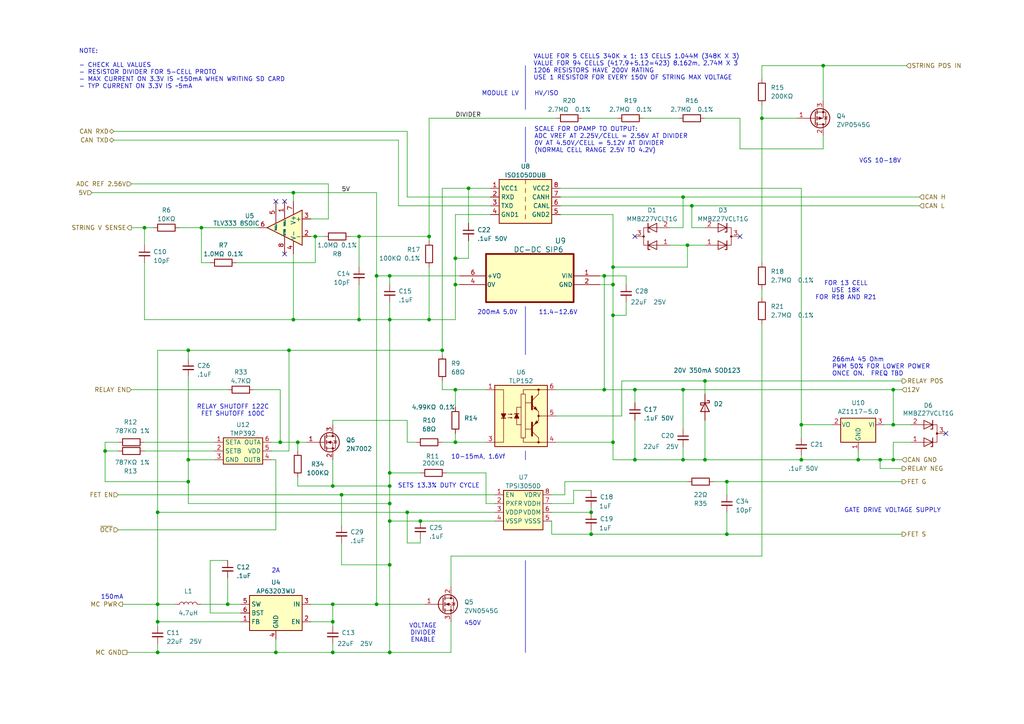
<source format=kicad_sch>
(kicad_sch (version 20250114) (generator "eeschema") (generator_version "9.0")
  (paper "A4")
  (title_block (title "9040315 Module Controller") (date "2024-04-15") (rev "E") (company "Modular Battery Technologies Inc."))
  (rectangle (start 320.04 115.57) (end 321.31 115.57))
  (text "200mA 5.0V" (at 138.43 91.44 0) (effects (font (size 1.27 1.27)) (justify left bottom)))
  (text "11.4-12.6V" (at 156.21 91.44 0) (effects (font (size 1.27 1.27)) (justify left bottom)))
  (text "VALUE FOR 5 CELLS 340K x 1; 13 CELLS 1.044M (348K X 3)\nVALUE FOR 94 CELLS (417.9+5.12=423) 8.162m, 2.74M X 3\n1206 RESISTORS HAVE 200V RATING\nUSE 1 RESISTOR FOR EVERY 150V OF STRING MAX VOLTAGE" (at 154.686 23.368 0) (effects (font (size 1.27 1.27)) (justify left bottom)))
  (text "HV/ISO" (at 154.94 27.94 0) (effects (font (size 1.27 1.27)) (justify left bottom)))
  (text "450V" (at 134.62 181.61 0) (effects (font (size 1.27 1.27)) (justify left bottom)))
  (text "RELAY SHUTOFF 122C\nFET SHUTOFF 100C" (at 67.564 119.126 0) (effects (font (size 1.27 1.27))))
  (text "FOR 13 CELL\nUSE 18K\nFOR R18 AND R21" (at 245.364 84.328 0) (effects (font (size 1.27 1.27))))
  (text "10-15mA, 1.6Vf" (at 130.81 133.35 0) (effects (font (size 1.27 1.27)) (justify left bottom)))
  (text "MODULE LV" (at 139.7 27.94 0) (effects (font (size 1.27 1.27)) (justify left bottom)))
  (text "2A\n" (at 78.74 166.37 0) (effects (font (size 1.27 1.27)) (justify left bottom)))
  (text "VGS 10-18V" (at 255.27 46.736 0) (effects (font (size 1.27 1.27))))
  (text "SCALE FOR OPAMP TO OUTPUT:\nADC VREF AT 2.25V/CELL = 2.56V AT DIVIDER\n0V AT 4.50V/CELL = 5.12V AT DIVIDER\n(NORMAL CELL RANGE 2.5V TO 4.2V)" (at 154.94 44.45 0) (effects (font (size 1.27 1.27)) (justify left bottom)))
  (text "SETS 13.3% DUTY CYCLE" (at 127.254 140.97 0) (effects (font (size 1.27 1.27))))
  (text "GATE DRIVE VOLTAGE SUPPLY" (at 244.856 148.844 0) (effects (font (size 1.27 1.27)) (justify left bottom)))
  (text "150mA" (at 29.21 173.99 0) (effects (font (size 1.27 1.27)) (justify left bottom)))
  (text "266mA 45 Ohm\nPWM 50% FOR LOWER POWER\nONCE ON.  FREQ TBD" (at 241.3 109.22 0) (effects (font (size 1.27 1.27)) (justify left bottom)))
  (text "VOLTAGE\nDIVIDER\nENABLE" (at 122.682 183.642 0) (effects (font (size 1.27 1.27))))
  (text "NOTE:\n\n- CHECK ALL VALUES\n- RESISTOR DIVIDER FOR 5-CELL PROTO\n- MAX CURRENT ON 3.3V IS ~150mA WHEN WRITING SD CARD\n- TYP CURRENT ON 3.3V IS ~5mA\n\n" (at 22.86 27.94 0) (effects (font (size 1.27 1.27)) (justify left bottom)))
  (junction (at 132.08 82.55))
  (junction (at 113.03 163.83))
  (junction (at 128.27 101.6))
  (junction (at 85.09 92.71))
  (junction (at 54.61 133.35))
  (junction (at 91.44 68.58))
  (junction (at 184.15 113.03))
  (junction (at 54.61 101.6))
  (junction (at 104.14 68.58))
  (junction (at 113.03 189.23))
  (junction (at 96.52 189.23))
  (junction (at 259.08 133.35))
  (junction (at 177.8 91.44))
  (junction (at 45.72 180.34))
  (junction (at 113.03 80.01))
  (junction (at 45.72 189.23))
  (junction (at 248.92 133.35))
  (junction (at 198.12 133.35))
  (junction (at 171.45 154.94))
  (junction (at 255.27 133.35))
  (junction (at 109.22 175.26))
  (junction (at 177.8 128.27))
  (junction (at 113.03 92.71))
  (junction (at 232.41 133.35))
  (junction (at 66.04 175.26))
  (junction (at 259.08 123.19))
  (junction (at 210.82 139.7))
  (junction (at 58.42 66.04))
  (junction (at 177.8 77.47))
  (junction (at 54.61 139.7))
  (junction (at 30.48 130.81))
  (junction (at 220.98 34.29))
  (junction (at 177.8 82.55))
  (junction (at 232.41 123.19))
  (junction (at 171.45 148.59))
  (junction (at 175.26 80.01))
  (junction (at 118.11 148.59))
  (junction (at 45.72 148.59))
  (junction (at 124.46 92.71))
  (junction (at 86.36 128.27))
  (junction (at 199.39 71.12))
  (junction (at 184.15 133.35))
  (junction (at 85.09 55.88))
  (junction (at 121.92 151.13))
  (junction (at 135.89 54.61))
  (junction (at 210.82 154.94))
  (junction (at 204.47 133.35))
  (junction (at 81.28 128.27))
  (junction (at 99.06 143.51))
  (junction (at 113.03 151.13))
  (junction (at 113.03 137.16))
  (junction (at 198.12 113.03))
  (junction (at 204.47 110.49))
  (junction (at 124.46 68.58))
  (junction (at 198.12 57.15))
  (junction (at 132.08 113.03))
  (junction (at 83.82 101.6))
  (junction (at 41.91 66.04))
  (junction (at 45.72 175.26))
  (junction (at 113.03 140.97))
  (junction (at 104.14 92.71))
  (junction (at 200.66 59.69))
  (junction (at 80.01 189.23))
  (junction (at 113.03 146.05))
  (junction (at 238.76 19.05))
  (junction (at 96.52 175.26))
  (junction (at 109.22 80.01))
  (junction (at 175.26 113.03))
  (junction (at 132.08 128.27))
  (junction (at 132.08 74.93))
  (junction (at 96.52 140.97))
  (junction (at 259.08 113.03))
  (junction (at 96.52 180.34))
  (no_connect (at 80.01 58.42))
  (no_connect (at 184.15 68.58))
  (no_connect (at 82.55 73.66))
  (no_connect (at 82.55 58.42))
  (no_connect (at 214.63 68.58))
  (no_connect (at 274.32 125.73))
  (wire (pts (xy 41.91 66.04) (xy 44.45 66.04)))
  (wire (pts (xy 132.08 125.73) (xy 132.08 128.27)))
  (wire (pts (xy 255.27 133.35) (xy 259.08 133.35)))
  (wire (pts (xy 132.08 92.71) (xy 132.08 82.55)))
  (wire (pts (xy 58.42 76.2) (xy 60.96 76.2)))
  (wire (pts (xy 30.48 139.7) (xy 54.61 139.7)))
  (wire (pts (xy 168.91 34.29) (xy 179.07 34.29)))
  (wire (pts (xy 198.12 66.04) (xy 198.12 57.15)))
  (wire (pts (xy 160.02 143.51) (xy 163.83 143.51)))
  (wire (pts (xy 255.27 135.89) (xy 255.27 133.35)))
  (polyline (pts (xy 152.4 36.83) (xy 152.4 46.99)))
  (wire (pts (xy 113.03 80.01) (xy 113.03 82.55)))
  (wire (pts (xy 184.15 121.92) (xy 184.15 133.35)))
  (wire (pts (xy 207.01 139.7) (xy 210.82 139.7)))
  (wire (pts (xy 30.48 128.27) (xy 30.48 130.81)))
  (polyline (pts (xy 152.4 19.05) (xy 152.4 31.75)))
  (wire (pts (xy 113.03 189.23) (xy 96.52 189.23)))
  (wire (pts (xy 38.1 66.04) (xy 41.91 66.04)))
  (wire (pts (xy 160.02 148.59) (xy 171.45 148.59)))
  (wire (pts (xy 121.92 157.48) (xy 121.92 156.21)))
  (wire (pts (xy 36.83 189.23) (xy 45.72 189.23)))
  (wire (pts (xy 83.82 101.6) (xy 128.27 101.6)))
  (wire (pts (xy 214.63 34.29) (xy 214.63 43.18)))
  (wire (pts (xy 175.26 80.01) (xy 175.26 113.03)))
  (wire (pts (xy 198.12 129.54) (xy 198.12 133.35)))
  (wire (pts (xy 199.39 71.12) (xy 204.47 71.12)))
  (wire (pts (xy 175.26 113.03) (xy 184.15 113.03)))
  (wire (pts (xy 118.11 57.15) (xy 118.11 38.1)))
  (wire (pts (xy 54.61 109.22) (xy 54.61 133.35)))
  (wire (pts (xy 54.61 133.35) (xy 54.61 139.7)))
  (wire (pts (xy 135.89 54.61) (xy 142.24 54.61)))
  (wire (pts (xy 248.92 130.81) (xy 248.92 133.35)))
  (wire (pts (xy 85.09 92.71) (xy 104.14 92.71)))
  (wire (pts (xy 86.36 140.97) (xy 96.52 140.97)))
  (wire (pts (xy 86.36 138.43) (xy 86.36 140.97)))
  (wire (pts (xy 177.8 91.44) (xy 177.8 128.27)))
  (wire (pts (xy 52.07 66.04) (xy 58.42 66.04)))
  (wire (pts (xy 78.74 130.81) (xy 83.82 130.81)))
  (wire (pts (xy 160.02 154.94) (xy 171.45 154.94)))
  (wire (pts (xy 41.91 92.71) (xy 85.09 92.71)))
  (wire (pts (xy 86.36 128.27) (xy 88.9 128.27)))
  (wire (pts (xy 232.41 54.61) (xy 162.56 54.61)))
  (wire (pts (xy 45.72 148.59) (xy 45.72 175.26)))
  (wire (pts (xy 132.08 82.55) (xy 132.08 74.93)))
  (wire (pts (xy 45.72 180.34) (xy 69.85 180.34)))
  (wire (pts (xy 184.15 113.03) (xy 198.12 113.03)))
  (wire (pts (xy 121.92 157.48) (xy 118.11 157.48)))
  (wire (pts (xy 214.63 43.18) (xy 238.76 43.18)))
  (wire (pts (xy 118.11 148.59) (xy 143.51 148.59)))
  (wire (pts (xy 96.52 186.69) (xy 96.52 189.23)))
  (wire (pts (xy 104.14 82.55) (xy 104.14 92.71)))
  (wire (pts (xy 161.29 128.27) (xy 177.8 128.27)))
  (wire (pts (xy 177.8 77.47) (xy 199.39 77.47)))
  (wire (pts (xy 99.06 143.51) (xy 143.51 143.51)))
  (wire (pts (xy 45.72 181.61) (xy 45.72 180.34)))
  (wire (pts (xy 41.91 130.81) (xy 62.23 130.81)))
  (wire (pts (xy 200.66 66.04) (xy 200.66 59.69)))
  (wire (pts (xy 210.82 139.7) (xy 210.82 143.51)))
  (wire (pts (xy 34.29 153.67) (xy 80.01 153.67)))
  (wire (pts (xy 58.42 66.04) (xy 74.93 66.04)))
  (wire (pts (xy 232.41 133.35) (xy 248.92 133.35)))
  (wire (pts (xy 113.03 92.71) (xy 124.46 92.71)))
  (wire (pts (xy 118.11 157.48) (xy 118.11 148.59)))
  (wire (pts (xy 135.89 54.61) (xy 135.89 64.77)))
  (wire (pts (xy 161.29 113.03) (xy 175.26 113.03)))
  (wire (pts (xy 210.82 139.7) (xy 261.62 139.7)))
  (wire (pts (xy 91.44 76.2) (xy 68.58 76.2)))
  (wire (pts (xy 113.03 140.97) (xy 113.03 137.16)))
  (wire (pts (xy 161.29 120.65) (xy 180.34 120.65)))
  (wire (pts (xy 85.09 55.88) (xy 85.09 58.42)))
  (wire (pts (xy 177.8 62.23) (xy 177.8 77.47)))
  (wire (pts (xy 80.01 189.23) (xy 96.52 189.23)))
  (wire (pts (xy 69.85 177.8) (xy 60.96 177.8)))
  (wire (pts (xy 54.61 101.6) (xy 83.82 101.6)))
  (wire (pts (xy 184.15 133.35) (xy 198.12 133.35)))
  (wire (pts (xy 45.72 101.6) (xy 45.72 148.59)))
  (polyline (pts (xy 152.4 162.56) (xy 152.4 189.23)))
  (wire (pts (xy 177.8 82.55) (xy 177.8 91.44)))
  (wire (pts (xy 33.02 40.64) (xy 115.57 40.64)))
  (wire (pts (xy 241.3 123.19) (xy 232.41 123.19)))
  (wire (pts (xy 115.57 59.69) (xy 115.57 40.64)))
  (wire (pts (xy 104.14 77.47) (xy 104.14 68.58)))
  (wire (pts (xy 91.44 68.58) (xy 91.44 76.2)))
  (wire (pts (xy 109.22 175.26) (xy 96.52 175.26)))
  (wire (pts (xy 128.27 128.27) (xy 132.08 128.27)))
  (wire (pts (xy 109.22 55.88) (xy 109.22 80.01)))
  (wire (pts (xy 204.47 110.49) (xy 204.47 114.3)))
  (wire (pts (xy 220.98 30.48) (xy 220.98 34.29)))
  (wire (pts (xy 96.52 133.35) (xy 96.52 140.97)))
  (wire (pts (xy 38.1 113.03) (xy 66.04 113.03)))
  (wire (pts (xy 45.72 175.26) (xy 50.8 175.26)))
  (wire (pts (xy 177.8 133.35) (xy 184.15 133.35)))
  (wire (pts (xy 238.76 19.05) (xy 238.76 29.21)))
  (wire (pts (xy 220.98 83.82) (xy 220.98 86.36)))
  (wire (pts (xy 166.37 142.24) (xy 171.45 142.24)))
  (wire (pts (xy 220.98 93.98) (xy 220.98 161.29)))
  (wire (pts (xy 90.17 180.34) (xy 96.52 180.34)))
  (wire (pts (xy 142.24 59.69) (xy 115.57 59.69)))
  (wire (pts (xy 128.27 54.61) (xy 128.27 101.6)))
  (wire (pts (xy 198.12 57.15) (xy 266.7 57.15)))
  (wire (pts (xy 78.74 133.35) (xy 80.01 133.35)))
  (wire (pts (xy 45.72 186.69) (xy 45.72 189.23)))
  (wire (pts (xy 220.98 161.29) (xy 130.81 161.29)))
  (wire (pts (xy 113.03 151.13) (xy 121.92 151.13)))
  (wire (pts (xy 109.22 175.26) (xy 123.19 175.26)))
  (wire (pts (xy 177.8 77.47) (xy 177.8 82.55)))
  (wire (pts (xy 171.45 153.67) (xy 171.45 154.94)))
  (wire (pts (xy 83.82 130.81) (xy 83.82 101.6)))
  (wire (pts (xy 132.08 82.55) (xy 133.35 82.55)))
  (wire (pts (xy 259.08 123.19) (xy 264.16 123.19)))
  (wire (pts (xy 118.11 128.27) (xy 120.65 128.27)))
  (wire (pts (xy 210.82 148.59) (xy 210.82 154.94)))
  (wire (pts (xy 78.74 128.27) (xy 81.28 128.27)))
  (wire (pts (xy 109.22 80.01) (xy 113.03 80.01)))
  (wire (pts (xy 210.82 154.94) (xy 261.62 154.94)))
  (wire (pts (xy 248.92 133.35) (xy 255.27 133.35)))
  (wire (pts (xy 96.52 123.19) (xy 96.52 121.92)))
  (wire (pts (xy 132.08 62.23) (xy 142.24 62.23)))
  (wire (pts (xy 41.91 128.27) (xy 62.23 128.27)))
  (wire (pts (xy 198.12 113.03) (xy 259.08 113.03)))
  (wire (pts (xy 38.1 53.34) (xy 95.25 53.34)))
  (wire (pts (xy 45.72 189.23) (xy 80.01 189.23)))
  (wire (pts (xy 60.96 177.8) (xy 60.96 162.56)))
  (wire (pts (xy 180.34 110.49) (xy 204.47 110.49)))
  (wire (pts (xy 220.98 34.29) (xy 220.98 76.2)))
  (wire (pts (xy 142.24 57.15) (xy 118.11 57.15)))
  (wire (pts (xy 204.47 133.35) (xy 232.41 133.35)))
  (wire (pts (xy 128.27 54.61) (xy 135.89 54.61)))
  (wire (pts (xy 173.99 82.55) (xy 177.8 82.55)))
  (wire (pts (xy 264.16 128.27) (xy 259.08 128.27)))
  (wire (pts (xy 163.83 143.51) (xy 163.83 139.7)))
  (wire (pts (xy 121.92 151.13) (xy 143.51 151.13)))
  (wire (pts (xy 109.22 80.01) (xy 109.22 175.26)))
  (wire (pts (xy 130.81 180.34) (xy 130.81 189.23)))
  (wire (pts (xy 181.61 82.55) (xy 181.61 80.01)))
  (wire (pts (xy 30.48 130.81) (xy 34.29 130.81)))
  (wire (pts (xy 177.8 128.27) (xy 177.8 133.35)))
  (wire (pts (xy 261.62 135.89) (xy 255.27 135.89)))
  (wire (pts (xy 198.12 113.03) (xy 198.12 124.46)))
  (wire (pts (xy 60.96 162.56) (xy 66.04 162.56)))
  (wire (pts (xy 259.08 113.03) (xy 261.62 113.03)))
  (wire (pts (xy 162.56 59.69) (xy 200.66 59.69)))
  (wire (pts (xy 160.02 154.94) (xy 160.02 151.13)))
  (wire (pts (xy 113.03 87.63) (xy 113.03 92.71)))
  (wire (pts (xy 232.41 54.61) (xy 232.41 123.19)))
  (wire (pts (xy 99.06 143.51) (xy 99.06 152.4)))
  (wire (pts (xy 80.01 189.23) (xy 80.01 185.42)))
  (wire (pts (xy 91.44 68.58) (xy 93.98 68.58)))
  (wire (pts (xy 113.03 92.71) (xy 113.03 137.16)))
  (wire (pts (xy 199.39 71.12) (xy 199.39 77.47)))
  (wire (pts (xy 130.81 189.23) (xy 113.03 189.23)))
  (wire (pts (xy 204.47 110.49) (xy 261.62 110.49)))
  (wire (pts (xy 204.47 66.04) (xy 200.66 66.04)))
  (wire (pts (xy 113.03 146.05) (xy 113.03 151.13)))
  (wire (pts (xy 113.03 80.01) (xy 133.35 80.01)))
  (wire (pts (xy 113.03 151.13) (xy 113.03 163.83)))
  (wire (pts (xy 132.08 113.03) (xy 132.08 118.11)))
  (wire (pts (xy 124.46 34.29) (xy 161.29 34.29)))
  (wire (pts (xy 128.27 101.6) (xy 128.27 102.87)))
  (wire (pts (xy 99.06 157.48) (xy 99.06 163.83)))
  (wire (pts (xy 194.31 66.04) (xy 198.12 66.04)))
  (wire (pts (xy 95.25 53.34) (xy 95.25 63.5)))
  (wire (pts (xy 204.47 34.29) (xy 214.63 34.29)))
  (wire (pts (xy 96.52 140.97) (xy 113.03 140.97)))
  (wire (pts (xy 66.04 175.26) (xy 69.85 175.26)))
  (wire (pts (xy 90.17 68.58) (xy 91.44 68.58)))
  (wire (pts (xy 41.91 76.2) (xy 41.91 92.71)))
  (wire (pts (xy 124.46 77.47) (xy 124.46 92.71)))
  (wire (pts (xy 33.02 38.1) (xy 118.11 38.1)))
  (wire (pts (xy 198.12 133.35) (xy 204.47 133.35)))
  (wire (pts (xy 124.46 34.29) (xy 124.46 68.58)))
  (wire (pts (xy 238.76 43.18) (xy 238.76 39.37)))
  (wire (pts (xy 81.28 128.27) (xy 86.36 128.27)))
  (wire (pts (xy 124.46 92.71) (xy 132.08 92.71)))
  (wire (pts (xy 256.54 123.19) (xy 259.08 123.19)))
  (wire (pts (xy 140.97 137.16) (xy 140.97 146.05)))
  (wire (pts (xy 45.72 101.6) (xy 54.61 101.6)))
  (wire (pts (xy 186.69 34.29) (xy 196.85 34.29)))
  (wire (pts (xy 232.41 132.08) (xy 232.41 133.35)))
  (wire (pts (xy 54.61 139.7) (xy 54.61 146.05)))
  (wire (pts (xy 124.46 68.58) (xy 124.46 69.85)))
  (wire (pts (xy 220.98 19.05) (xy 238.76 19.05)))
  (wire (pts (xy 26.67 55.88) (xy 85.09 55.88)))
  (wire (pts (xy 259.08 128.27) (xy 259.08 133.35)))
  (wire (pts (xy 130.81 161.29) (xy 130.81 170.18)))
  (wire (pts (xy 99.06 163.83) (xy 113.03 163.83)))
  (wire (pts (xy 45.72 148.59) (xy 118.11 148.59)))
  (wire (pts (xy 163.83 139.7) (xy 199.39 139.7)))
  (wire (pts (xy 95.25 63.5) (xy 90.17 63.5)))
  (wire (pts (xy 259.08 113.03) (xy 259.08 123.19)))
  (wire (pts (xy 132.08 113.03) (xy 140.97 113.03)))
  (wire (pts (xy 162.56 57.15) (xy 198.12 57.15)))
  (wire (pts (xy 177.8 91.44) (xy 181.61 91.44)))
  (wire (pts (xy 200.66 59.69) (xy 266.7 59.69)))
  (wire (pts (xy 73.66 113.03) (xy 81.28 113.03)))
  (wire (pts (xy 135.89 69.85) (xy 135.89 74.93)))
  (wire (pts (xy 181.61 80.01) (xy 175.26 80.01)))
  (wire (pts (xy 104.14 92.71) (xy 113.03 92.71)))
  (wire (pts (xy 30.48 130.81) (xy 30.48 139.7)))
  (wire (pts (xy 58.42 175.26) (xy 66.04 175.26)))
  (wire (pts (xy 160.02 146.05) (xy 166.37 146.05)))
  (wire (pts (xy 80.01 153.67) (xy 80.01 133.35)))
  (wire (pts (xy 128.27 110.49) (xy 128.27 113.03)))
  (wire (pts (xy 180.34 110.49) (xy 180.34 120.65)))
  (wire (pts (xy 129.54 137.16) (xy 140.97 137.16)))
  (wire (pts (xy 132.08 74.93) (xy 132.08 62.23)))
  (wire (pts (xy 262.89 19.05) (xy 238.76 19.05)))
  (polyline (pts (xy 152.4 88.9) (xy 152.4 102.87)))
  (wire (pts (xy 101.6 68.58) (xy 104.14 68.58)))
  (wire (pts (xy 90.17 175.26) (xy 96.52 175.26)))
  (wire (pts (xy 232.41 123.19) (xy 232.41 127)))
  (wire (pts (xy 184.15 113.03) (xy 184.15 116.84)))
  (wire (pts (xy 45.72 175.26) (xy 45.72 180.34)))
  (wire (pts (xy 204.47 121.92) (xy 204.47 133.35)))
  (wire (pts (xy 96.52 121.92) (xy 118.11 121.92)))
  (wire (pts (xy 194.31 71.12) (xy 199.39 71.12)))
  (wire (pts (xy 96.52 180.34) (xy 96.52 181.61)))
  (wire (pts (xy 132.08 128.27) (xy 140.97 128.27)))
  (wire (pts (xy 220.98 19.05) (xy 220.98 22.86)))
  (wire (pts (xy 135.89 74.93) (xy 132.08 74.93)))
  (wire (pts (xy 58.42 66.04) (xy 58.42 76.2)))
  (wire (pts (xy 96.52 175.26) (xy 96.52 180.34)))
  (wire (pts (xy 85.09 73.66) (xy 85.09 92.71)))
  (wire (pts (xy 171.45 148.59) (xy 171.45 147.32)))
  (wire (pts (xy 113.03 140.97) (xy 113.03 146.05)))
  (wire (pts (xy 66.04 167.64) (xy 66.04 175.26)))
  (wire (pts (xy 113.03 163.83) (xy 113.03 189.23)))
  (wire (pts (xy 162.56 62.23) (xy 177.8 62.23)))
  (wire (pts (xy 104.14 68.58) (xy 124.46 68.58)))
  (wire (pts (xy 54.61 133.35) (xy 62.23 133.35)))
  (wire (pts (xy 118.11 121.92) (xy 118.11 128.27)))
  (wire (pts (xy 171.45 154.94) (xy 210.82 154.94)))
  (wire (pts (xy 220.98 34.29) (xy 231.14 34.29)))
  (wire (pts (xy 113.03 137.16) (xy 121.92 137.16)))
  (wire (pts (xy 81.28 113.03) (xy 81.28 128.27)))
  (wire (pts (xy 181.61 87.63) (xy 181.61 91.44)))
  (wire (pts (xy 128.27 113.03) (xy 132.08 113.03)))
  (wire (pts (xy 54.61 146.05) (xy 113.03 146.05)))
  (wire (pts (xy 35.56 175.26) (xy 45.72 175.26)))
  (wire (pts (xy 175.26 80.01) (xy 173.99 80.01)))
  (wire (pts (xy 166.37 146.05) (xy 166.37 142.24)))
  (wire (pts (xy 140.97 146.05) (xy 143.51 146.05)))
  (wire (pts (xy 34.29 128.27) (xy 30.48 128.27)))
  (wire (pts (xy 86.36 128.27) (xy 86.36 130.81)))
  (wire (pts (xy 85.09 55.88) (xy 109.22 55.88)))
  (wire (pts (xy 41.91 66.04) (xy 41.91 71.12)))
  (wire (pts (xy 34.29 143.51) (xy 99.06 143.51)))
  (wire (pts (xy 54.61 101.6) (xy 54.61 104.14)))
  (polyline (pts (xy 152.4 130.81) (xy 152.4 133.35)))
  (wire (pts (xy 259.08 133.35) (xy 261.62 133.35)))
  (label "5V" (at 99.06 55.88 0))
  (label "DIVIDER" (at 132.08 34.29 0))
  (hierarchical_label "CAN RXD" (shape bidirectional) (at 33.02 38.1 180))
  (hierarchical_label "FET EN" (shape input) (at 34.29 143.51 180))
  (hierarchical_label "5V" (shape input) (at 26.67 55.88 180))
  (hierarchical_label "MC GND" (shape passive) (at 36.83 189.23 180))
  (hierarchical_label "RELAY POS" (shape output) (at 261.62 110.49 0))
  (hierarchical_label "RELAY EN" (shape input) (at 38.1 113.03 180))
  (hierarchical_label "CAN GND" (shape input) (at 261.62 133.35 0))
  (hierarchical_label "~{OCF}" (shape input) (at 34.29 153.67 180))
  (hierarchical_label "ADC REF 2.56V" (shape input) (at 38.1 53.34 180))
  (hierarchical_label "STRING POS IN" (shape input) (at 262.89 19.05 0))
  (hierarchical_label "12V" (shape input) (at 261.62 113.03 0))
  (hierarchical_label "STRING V SENSE" (shape output) (at 38.1 66.04 180))
  (hierarchical_label "FET G" (shape output) (at 261.62 139.7 0))
  (hierarchical_label "CAN H" (shape input) (at 266.7 57.15 0))
  (hierarchical_label "MC PWR" (shape output) (at 35.56 175.26 180))
  (hierarchical_label "CAN TXD" (shape bidirectional) (at 33.02 40.64 180))
  (hierarchical_label "CAN L" (shape input) (at 266.7 59.69 0))
  (hierarchical_label "FET S" (shape output) (at 261.62 154.94 0))
  (hierarchical_label "RELAY NEG" (shape output) (at 261.62 135.89 0))
  (symbol (lib_id "Modbatt_Extracted:R") (at 64.77 76.2 90) (unit 1)
    (property "Reference" "R7" (at 64.77 71.12 90))
    (property "Value" "1.0MΩ 0.1%" (at 64.77 73.66 90))
    (property "Footprint" "Resistor_SMD:R_0402_1005Metric_Pad0.72x0.64mm_HandSolder" (effects (hide yes)))
    (property "Description" "RES 0402 1M OHM 1/16W 0.1%" (effects (hide yes)))
    (property "MB P/N" "9042012" (effects (hide yes)))
    (property "Manufacturer_Part_Number" "RE0402BRE071ML" (effects (hide yes)))
    (property "Manufacturer_Name" "YAGEO" (effects (hide yes)))
    (instances (project "module controller" (path "" (reference "R7") (unit 1))) (project "VEHICLE ARCHITECTURE" (path "" (reference "R87") (unit 1)) (path "" (reference "R47") (unit 1))))
  )
  (symbol (lib_id "Regulator_Switching:AP63203WU") (at 80.01 177.8 0) (mirror y) (unit 1)
    (property "Reference" "U4" (at 80.01 168.91 0))
    (property "Value" "AP63203WU" (at 80.01 171.45 0))
    (property "Footprint" "Package_TO_SOT_SMD:TSOT-23-6" (effects (hide yes)))
    (property "Datasheet" "https://www.diodes.com/assets/Datasheets/AP63200-AP63201-AP63203-AP63205.pdf" (effects (hide yes)))
    (property "Description" "IC REG BUCK 3.3V 2A TSOT26" (effects (hide yes)))
    (property "MB P/N" "9042036*" (effects (hide yes)))
    (property "Manufacturer_Name" "Diodes Incorporated" (effects (hide yes)))
    (property "Manufacturer_Part_Number" "AP63203WU-7" (effects (hide yes)))
    (instances (project "module controller" (path "" (reference "U4") (unit 1))) (project "VEHICLE ARCHITECTURE" (path "" (reference "U6") (unit 1)) (path "" (reference "U17") (unit 1))))
  )
  (symbol (lib_id "Modbatt_Extracted:R") (at 86.36 134.62 0) (unit 1)
    (property "Reference" "R34" (at 90.17 134.62 0) (effects (justify left)))
    (property "Value" "100KΩ" (at 88.9 137.16 0) (effects (justify left)))
    (property "Footprint" "Resistor_SMD:R_0402_1005Metric_Pad0.72x0.64mm_HandSolder" (effects (hide yes)))
    (property "Description" "RES 0402 100K OHM 1/16W 5%" (effects (hide yes)))
    (property "MB P/N" "9042003" (effects (hide yes)))
    (property "Manufacturer_Name" "TE Connectivity" (effects (hide yes)))
    (property "Manufacturer_Part_Number" "CRG0402J100K/10" (effects (hide yes)))
  )
  (symbol (lib_id "Modbatt_Extracted:R") (at 38.1 130.81 90) (mirror x) (unit 1)
    (property "Reference" "R13" (at 37.846 136.652 90))
    (property "Value" "787KΩ 1%" (at 38.354 134.112 90))
    (property "Footprint" "Resistor_SMD:R_0402_1005Metric_Pad0.72x0.64mm_HandSolder" (effects (hide yes)))
    (property "Description" "RES 0402 787KOHM 1% 1/16W" (effects (hide yes)))
    (property "MB P/N" "9042160" (effects (hide yes)))
    (property "Manufacturer_Name" "Vishay" (effects (hide yes)))
    (property "Manufacturer_Part_Number" "CRCW0402787KFKED" (effects (hide yes)))
  )
  (symbol (lib_id "Modbatt_Extracted:C_Small") (at 135.89 67.31 0) (unit 1)
    (property "Reference" "C22" (at 138.43 66.6813 0) (effects (justify left)))
    (property "Value" ".1uF 50V" (at 138.43 69.2213 0) (effects (justify left)))
    (property "Footprint" "Capacitor_SMD:C_0402_1005Metric_Pad0.74x0.62mm_HandSolder" (effects (hide yes)))
    (instances (project "module controller" (path "" (reference "C22") (unit 1))) (project "VEHICLE ARCHITECTURE" (path "" (reference "C42") (unit 1)) (path "" (reference "C28") (unit 1))))
  )
  (symbol (lib_name "TLP152_1") (lib_id "Modbatt_Library:TLP152") (at 151.13 120.65 0) (unit 1)
    (property "Reference" "U6" (at 151.13 107.95 0))
    (property "Value" "TLP152" (at 151.13 110.49 0))
    (property "Footprint" "modbatt footprints:SO-6_4.4x3.6mm_P1.27mm" (effects (hide yes)))
    (property "Datasheet" "http://toshiba.semicon-storage.com/info/docget.jsp?did=16821&prodName=TLP250" (effects (hide yes)))
    (property "Description" "Optically Isolated Gate Drivers Gate Drive Phcplr 3750 Vrms" (effects (hide yes)))
    (property "MB P/N" "9042076" (effects (hide yes)))
    (property "Manufacturer_Name" "TOSHIBA  " (effects (hide yes)))
    (property "Manufacturer_Part_Number" "TLP152(TPL,E" (effects (hide yes)))
    (instances (project "module controller" (path "" (reference "U6") (unit 1))) (project "VEHICLE ARCHITECTURE" (path "" (reference "U9") (unit 1)) (path "" (reference "U19") (unit 1))))
  )
  (symbol (lib_id "Modbatt_Extracted:R") (at 124.46 73.66 0) (mirror x) (unit 1)
    (property "Reference" "R17" (at 121.92 72.3899 0) (effects (justify right)))
    (property "Value" "100KΩ 0.1%" (at 121.92 74.9299 0) (effects (justify right)))
    (property "Footprint" "Resistor_SMD:R_0402_1005Metric_Pad0.72x0.64mm_HandSolder" (effects (hide yes)))
    (property "Description" "RES 100K Ohm 0.1% 1/16W 50V 50ppm" (effects (hide yes)))
    (property "MB P/N" "9042090" (effects (hide yes)))
    (property "Manufacturer_Name" "YAGEO" (effects (hide yes)))
    (property "Manufacturer_Part_Number" "RT0402BRE07100KL" (effects (hide yes)))
  )
  (symbol (lib_id "Modbatt_Extracted:R") (at 128.27 106.68 180) (unit 1)
    (property "Reference" "R9" (at 130.81 105.4099 0) (effects (justify right)))
    (property "Value" "68Ω" (at 130.81 107.9499 0) (effects (justify right)))
    (property "Footprint" "Resistor_SMD:R_0402_1005Metric_Pad0.72x0.64mm_HandSolder" (effects (hide yes)))
    (property "Description" "RES 0402 68 OHM 1% 1/16W" (effects (hide yes)))
    (property "MB P/N" "9042095" (effects (hide yes)))
    (property "Manufacturer_Name" "Walsin" (effects (hide yes)))
    (property "Manufacturer_Part_Number" "WR04X68R0FTL" (effects (hide yes)))
    (instances (project "module controller" (path "" (reference "R9") (unit 1))) (project "VEHICLE ARCHITECTURE" (path "" (reference "R89") (unit 1)) (path "" (reference "R49") (unit 1))))
  )
  (symbol (lib_id "Modbatt_Extracted:C_Small") (at 184.15 119.38 0) (unit 1)
    (property "Reference" "C17" (at 186.69 118.7513 0) (effects (justify left)))
    (property "Value" ".1uF 50V" (at 186.69 121.2913 0) (effects (justify left)))
    (property "Footprint" "Capacitor_SMD:C_0402_1005Metric_Pad0.74x0.62mm_HandSolder" (effects (hide yes)))
    (instances (project "module controller" (path "" (reference "C17") (unit 1))) (project "VEHICLE ARCHITECTURE" (path "" (reference "C43") (unit 1)) (path "" (reference "C29") (unit 1))))
  )
  (symbol (lib_id "Modbatt_Extracted:R") (at 165.1 34.29 90) (unit 1)
    (property "Reference" "R20" (at 165.1 29.21 90))
    (property "Value" "2.7MΩ  0.1%" (at 165.1 31.75 90))
    (property "Footprint" "Resistor_SMD:R_1206_3216Metric_Pad1.30x1.75mm_HandSolder" (effects (hide yes)))
    (property "Description" "RES 1206 2.7M OHM 0.1% 1/4W" (effects (hide yes)))
    (property "MB P/N" "9042061" (effects (hide yes)))
    (property "Manufacturer_Name" "SUSUMU" (effects (hide yes)))
    (property "Manufacturer_Part_Number" "RG3216P-2704-B-T1" (effects (hide yes)))
    (instances (project "module controller" (path "" (reference "R20") (unit 1))) (project "VEHICLE ARCHITECTURE" (path "" (reference "R95") (unit 1)) (path "" (reference "R55") (unit 1))))
  )
  (symbol (lib_id "Modbatt_Extracted:R") (at 48.26 66.04 90) (unit 1)
    (property "Reference" "R6" (at 48.26 60.96 90))
    (property "Value" "10KΩ" (at 48.26 63.5 90))
    (property "Footprint" "Resistor_SMD:R_0402_1005Metric_Pad0.72x0.64mm_HandSolder" (effects (hide yes)))
    (property "Description" "RES 0402 10K OHM 1/16W 5%" (effects (hide yes)))
    (property "MB P/N" "9042011" (effects (hide yes)))
    (property "Manufacturer_Name" "YAGEO" (effects (hide yes)))
    (property "Manufacturer_Part_Number" "RC0402JR-0710KL" (effects (hide yes)))
    (instances (project "module controller" (path "" (reference "R6") (unit 1))) (project "VEHICLE ARCHITECTURE" (path "" (reference "R86") (unit 1)) (path "" (reference "R46") (unit 1))))
  )
  (symbol (lib_id "Modbatt_Extracted:D_Schottky") (at 204.47 118.11 270) (unit 1)
    (property "Reference" "D2" (at 207.01 117.1575 90) (effects (justify left)))
    (property "Value" "20V 350mA SOD123" (at 195.326 107.442 90) (effects (justify left)))
    (property "Footprint" "Diode_SMD:D_SOD-123" (effects (hide yes)))
    (instances (project "module controller" (path "" (reference "D2") (unit 1))) (project "VEHICLE ARCHITECTURE" (path "" (reference "D9") (unit 1)) (path "" (reference "D7") (unit 1))))
  )
  (symbol (lib_id "Modbatt_Extracted:C_Small") (at 210.82 146.05 0) (unit 1)
    (property "Reference" "C34" (at 213.36 145.4213 0) (effects (justify left)))
    (property "Value" "10pF" (at 213.36 147.9613 0) (effects (justify left)))
    (property "Footprint" "Capacitor_SMD:C_0402_1005Metric_Pad0.74x0.62mm_HandSolder" (effects (hide yes)))
  )
  (symbol (lib_id "Modbatt_Extracted:R") (at 132.08 121.92 0) (unit 1)
    (property "Reference" "R14" (at 134.62 121.285 0) (effects (justify left)))
    (property "Value" "4.99KΩ 0.1%" (at 119.38 118.11 0) (effects (justify left)))
    (property "Footprint" "Resistor_SMD:R_0402_1005Metric_Pad0.72x0.64mm_HandSolder" (effects (hide yes)))
    (property "Description" "RES 0402 4.99KOHM 0.1% 1/16W" (effects (hide yes)))
    (property "MB P/N" "9042081" (effects (hide yes)))
    (property "Manufacturer_Name" "YAGEO " (effects (hide yes)))
    (property "Manufacturer_Part_Number" "RT0402BRE074K99L" (effects (hide yes)))
    (instances (project "module controller" (path "" (reference "R14") (unit 1))) (project "VEHICLE ARCHITECTURE" (path "" (reference "R94") (unit 1)) (path "" (reference "R54") (unit 1))))
  )
  (symbol (lib_id "Modbatt_Library:ZVP0545G") (at 236.22 34.29 0) (mirror x) (unit 1)
    (property "Reference" "Q4" (at 242.57 33.655 0) (effects (justify left)))
    (property "Value" "ZVP0545G" (at 242.57 36.195 0) (effects (justify left)))
    (property "Footprint" "Package_TO_SOT_SMD:SOT-223" (effects (hide yes)))
    (property "Datasheet" "https://www.infineon.com/dgdl/irlml6401pbf.pdf?fileId=5546d462533600a401535668b96d2634" (effects (hide yes)))
  )
  (symbol (lib_id "Modbatt_Extracted:R") (at 124.46 128.27 90) (unit 1)
    (property "Reference" "R10" (at 124.46 121.92 90))
    (property "Value" "68Ω" (at 124.46 124.46 90))
    (property "Footprint" "Resistor_SMD:R_0402_1005Metric_Pad0.72x0.64mm_HandSolder" (effects (hide yes)))
    (property "Description" "RES 0402 68 OHM 1% 1/16W" (effects (hide yes)))
    (property "MB P/N" "9042095" (effects (hide yes)))
    (property "Manufacturer_Name" "Walsin" (effects (hide yes)))
    (property "Manufacturer_Part_Number" "WR04X68R0FTL" (effects (hide yes)))
    (instances (project "module controller" (path "" (reference "R10") (unit 1))) (project "VEHICLE ARCHITECTURE" (path "" (reference "R90") (unit 1)) (path "" (reference "R50") (unit 1))))
  )
  (symbol (lib_id "Modbatt_Library:MMBZ27VCLT1G") (at 209.55 68.58 90) (unit 1)
    (property "Reference" "D3" (at 209.677 60.96 90))
    (property "Value" "MMBZ27VCLT1G" (at 209.677 63.5 90))
    (property "Footprint" "modbatt footprints:SOT-23" (effects (hide yes)))
    (property "Datasheet" "http://www.onsemi.com/pub/Collateral/MMBZ5V6ALT1-D.PDF" (effects (hide yes)))
  )
  (symbol (lib_id "Modbatt_Extracted:C_Small") (at 181.61 85.09 0) (unit 1)
    (property "Reference" "C28" (at 184.15 84.4613 0) (effects (justify left)))
    (property "Value" "22uF  25V" (at 182.88 87.63 0) (effects (justify left)))
    (property "Footprint" "Capacitor_SMD:C_0805_2012Metric" (effects (hide yes)))
  )
  (symbol (lib_id "Modbatt_Extracted:C_Small") (at 198.12 127 0) (mirror y) (unit 1)
    (property "Reference" "C20" (at 195.58 126.3713 0) (effects (justify left)))
    (property "Value" "22uF  25V" (at 196.85 129.54 0) (effects (justify left)))
    (property "Footprint" "Capacitor_SMD:C_0805_2012Metric" (effects (hide yes)))
    (instances (project "module controller" (path "" (reference "C20") (unit 1))) (project "VEHICLE ARCHITECTURE" (path "" (reference "C46") (unit 1)) (path "" (reference "C32") (unit 1))))
  )
  (symbol (lib_id "Modbatt_Extracted:C_Small") (at 121.92 153.67 0) (unit 1)
    (property "Reference" "C25" (at 124.46 153.0413 0) (effects (justify left)))
    (property "Value" ".1uF" (at 124.46 155.5813 0) (effects (justify left)))
    (property "Footprint" "Capacitor_SMD:C_0402_1005Metric_Pad0.74x0.62mm_HandSolder" (effects (hide yes)))
  )
  (symbol (lib_id "Modbatt_Extracted:R") (at 220.98 26.67 0) (unit 1)
    (property "Reference" "R15" (at 223.52 25.3999 0) (effects (justify left)))
    (property "Value" "200KΩ" (at 223.52 27.9399 0) (effects (justify left)))
    (property "Footprint" "Resistor_SMD:R_1206_3216Metric_Pad1.30x1.75mm_HandSolder" (effects (hide yes)))
    (property "Description" "RES 1206 200k Ohms 1/4W 5%" (effects (hide yes)))
    (property "MB P/N" "9042111" (effects (hide yes)))
    (property "Manufacturer_Name" "YAGEO " (effects (hide yes)))
    (property "Manufacturer_Part_Number" "RC1206JR-07200KL " (effects (hide yes)))
  )
  (symbol (lib_id "Modbatt_Extracted:R") (at 200.66 34.29 90) (unit 1)
    (property "Reference" "R16" (at 200.66 29.21 90))
    (property "Value" "2.7MΩ  0.1%" (at 200.66 31.75 90))
    (property "Footprint" "Resistor_SMD:R_1206_3216Metric_Pad1.30x1.75mm_HandSolder" (effects (hide yes)))
    (property "Description" "RES 1206 2.7M OHM 0.1% 1/4W" (effects (hide yes)))
    (property "MB P/N" "9042061" (effects (hide yes)))
    (property "Manufacturer_Name" "SUSUMU" (effects (hide yes)))
    (property "Manufacturer_Part_Number" "RG3216P-2704-B-T1" (effects (hide yes)))
    (instances (project "module controller" (path "" (reference "R16") (unit 1))) (project "VEHICLE ARCHITECTURE" (path "" (reference "R99") (unit 1)) (path "" (reference "R59") (unit 1))))
  )
  (symbol (lib_id "Modbatt_Extracted:C_Small") (at 66.04 165.1 0) (unit 1)
    (property "Reference" "C12" (at 68.58 164.4713 0) (effects (justify left)))
    (property "Value" ".1uF" (at 68.58 167.0113 0) (effects (justify left)))
    (property "Footprint" "Capacitor_SMD:C_0402_1005Metric_Pad0.74x0.62mm_HandSolder" (effects (hide yes)))
    (instances (project "module controller" (path "" (reference "C12") (unit 1))) (project "VEHICLE ARCHITECTURE" (path "" (reference "C38") (unit 1)) (path "" (reference "C24") (unit 1))))
  )
  (symbol (lib_id "Modbatt_Extracted:C_Small") (at 171.45 151.13 0) (unit 1)
    (property "Reference" "C19" (at 173.99 150.5013 0) (effects (justify left)))
    (property "Value" "1uF" (at 173.736 153.162 0) (effects (justify left)))
    (property "Footprint" "Capacitor_SMD:C_0402_1005Metric_Pad0.74x0.62mm_HandSolder" (effects (hide yes)))
  )
  (symbol (lib_id "Modbatt_Library:MMBZ27VCLT1G") (at 269.24 125.73 90) (unit 1)
    (property "Reference" "D6" (at 269.24 117.602 90))
    (property "Value" "MMBZ27VCLT1G" (at 269.24 119.888 90))
    (property "Footprint" "modbatt footprints:SOT-23" (effects (hide yes)))
    (property "Datasheet" "http://www.onsemi.com/pub/Collateral/MMBZ5V6ALT1-D.PDF" (effects (hide yes)))
  )
  (symbol (lib_id "Modbatt_Extracted:C_Small") (at 113.03 85.09 0) (unit 1)
    (property "Reference" "C15" (at 115.57 84.4613 0) (effects (justify left)))
    (property "Value" ".1uF" (at 115.57 87.0013 0) (effects (justify left)))
    (property "Footprint" "Capacitor_SMD:C_0402_1005Metric_Pad0.74x0.62mm_HandSolder" (effects (hide yes)))
    (instances (project "module controller" (path "" (reference "C15") (unit 1))) (project "VEHICLE ARCHITECTURE" (path "" (reference "C41") (unit 1)) (path "" (reference "C27") (unit 1))))
  )
  (symbol (lib_id "Modbatt_Extracted:C_Small") (at 45.72 184.15 0) (unit 1)
    (property "Reference" "C11" (at 48.26 183.5213 0) (effects (justify left)))
    (property "Value" "22uF  25V" (at 48.26 186.0613 0) (effects (justify left)))
    (property "Footprint" "Capacitor_SMD:C_0805_2012Metric" (effects (hide yes)))
    (instances (project "module controller" (path "" (reference "C11") (unit 1))) (project "VEHICLE ARCHITECTURE" (path "" (reference "C37") (unit 1)) (path "" (reference "C23") (unit 1))))
  )
  (symbol (lib_id "Modbatt_Extracted:C_Small") (at 171.45 144.78 0) (unit 1)
    (property "Reference" "C18" (at 173.99 144.1513 0) (effects (justify left)))
    (property "Value" "1uF" (at 173.736 146.812 0) (effects (justify left)))
    (property "Footprint" "Capacitor_SMD:C_0402_1005Metric_Pad0.74x0.62mm_HandSolder" (effects (hide yes)))
  )
  (symbol (lib_id "Modbatt_Extracted:R") (at 182.88 34.29 90) (unit 1)
    (property "Reference" "R19" (at 182.88 29.21 90))
    (property "Value" "2.7MΩ  0.1%" (at 182.88 31.75 90))
    (property "Footprint" "Resistor_SMD:R_1206_3216Metric_Pad1.30x1.75mm_HandSolder" (effects (hide yes)))
    (property "Description" "RES 1206 2.7M OHM 0.1% 1/4W" (effects (hide yes)))
    (property "MB P/N" "9042061" (effects (hide yes)))
    (property "Manufacturer_Name" "SUSUMU" (effects (hide yes)))
    (property "Manufacturer_Part_Number" "RG3216P-2704-B-T1" (effects (hide yes)))
    (instances (project "module controller" (path "" (reference "R19") (unit 1))) (project "VEHICLE ARCHITECTURE" (path "" (reference "R97") (unit 1)) (path "" (reference "R57") (unit 1))))
  )
  (symbol (lib_id "Modbatt_Extracted:2N7002") (at 93.98 128.27 0) (unit 1)
    (property "Reference" "Q6" (at 100.33 127.635 0) (effects (justify left)))
    (property "Value" "2N7002" (at 100.33 130.175 0) (effects (justify left)))
    (property "Footprint" "Package_TO_SOT_SMD:SOT-323_SC-70" (effects (hide yes)))
    (property "Datasheet" "https://www.onsemi.com/pub/Collateral/NDS7002A-D.PDF" (effects (hide yes)))
  )
  (symbol (lib_id "Modbatt_Extracted:R") (at 97.79 68.58 90) (mirror x) (unit 1)
    (property "Reference" "R8" (at 97.79 73.66 90))
    (property "Value" "1.0MΩ 0.1%" (at 97.79 71.12 90))
    (property "Footprint" "Resistor_SMD:R_0402_1005Metric_Pad0.72x0.64mm_HandSolder" (effects (hide yes)))
    (property "Description" "RES 0402 1M OHM 1/16W 0.1%" (effects (hide yes)))
    (property "MB P/N" "9042012" (effects (hide yes)))
    (property "Manufacturer_Part_Number" "RE0402BRE071ML" (effects (hide yes)))
    (property "Manufacturer_Name" "YAGEO" (effects (hide yes)))
    (instances (project "module controller" (path "" (reference "R8") (unit 1))) (project "VEHICLE ARCHITECTURE" (path "" (reference "R88") (unit 1)) (path "" (reference "R48") (unit 1))))
  )
  (symbol (lib_id "Modbatt_Extracted:C_Small") (at 41.91 73.66 0) (unit 1)
    (property "Reference" "C10" (at 44.45 73.0313 0) (effects (justify left)))
    (property "Value" "10pF" (at 44.45 75.5713 0) (effects (justify left)))
    (property "Footprint" "Capacitor_SMD:C_0402_1005Metric_Pad0.74x0.62mm_HandSolder" (effects (hide yes)))
    (instances (project "module controller" (path "" (reference "C10") (unit 1))) (project "VEHICLE ARCHITECTURE" (path "" (reference "C36") (unit 1)) (path "" (reference "C22") (unit 1))))
  )
  (symbol (lib_id "Modbatt_Extracted:C_Small") (at 99.06 154.94 0) (unit 1)
    (property "Reference" "C29" (at 101.6 154.3113 0) (effects (justify left)))
    (property "Value" ".1uF" (at 101.6 156.8513 0) (effects (justify left)))
    (property "Footprint" "Capacitor_SMD:C_0402_1005Metric_Pad0.74x0.62mm_HandSolder" (effects (hide yes)))
  )
  (symbol (lib_id "Modbatt_Extracted:R") (at 203.2 139.7 90) (mirror x) (unit 1)
    (property "Reference" "R35" (at 203.2 146.05 90))
    (property "Value" "22Ω" (at 203.2 143.51 90))
    (property "Footprint" "Resistor_SMD:R_0402_1005Metric_Pad0.72x0.64mm_HandSolder" (effects (hide yes)))
    (property "Description" "RES 0402 22 OHM 5%" (effects (hide yes)))
    (property "MB P/N" "9042149" (effects (hide yes)))
    (property "Manufacturer_Name" "PANASONIC" (effects (hide yes)))
    (property "Manufacturer_Part_Number" "ERJ-U02J220X" (effects (hide yes)))
  )
  (symbol (lib_id "Modbatt_Library:TMP392") (at 66.04 129.54 0) (unit 1)
    (property "Reference" "U12" (at 70.485 123.19 0))
    (property "Value" "TMP392" (at 70.485 125.73 0))
    (property "Footprint" "modbatt footprints:SOT-563" (effects (hide yes)))
    (property "Description" "Board Mount Temperature Sensors TMP392 Dual-channel" (effects (hide yes)))
    (property "MB P/N" "9042133" (effects (hide yes)))
    (property "Manufacturer_Name" "Texas Instruments " (effects (hide yes)))
    (property "Manufacturer_Part_Number" "TMP392A2DRLR" (effects (hide yes)))
  )
  (symbol (lib_id "Modbatt_Extracted:R") (at 220.98 80.01 0) (mirror y) (unit 1)
    (property "Reference" "R18" (at 223.52 78.7399 0) (effects (justify right)))
    (property "Value" "2.7MΩ  0.1%" (at 223.52 81.2799 0) (effects (justify right)))
    (property "Footprint" "Resistor_SMD:R_1206_3216Metric_Pad1.30x1.75mm_HandSolder" (effects (hide yes)))
    (property "Description" "RES 1206 2.7M OHM 0.1% 1/4W" (effects (hide yes)))
    (property "MB P/N" "9042061" (effects (hide yes)))
    (property "Manufacturer_Name" "Susumu" (effects (hide yes)))
    (property "Manufacturer_Part_Number" "RG3216P-2704-B-T1" (effects (hide yes)))
  )
  (symbol (lib_id "Modbatt_Library:IB1205LS-1WR3") (at 173.99 80.01 0) (mirror y) (unit 1)
    (property "Reference" "U9" (at 162.56 69.85 0) (effects (font (size 1.524 1.524))))
    (property "Value" "DC-DC SIP6" (at 156.21 72.39 0) (effects (font (size 1.524 1.524))))
    (property "Footprint" "modbatt footprints:SIP6_IB_LS-1WR3_MNS" (effects (hide yes)))
    (property "Datasheet" "IB1205LS-1WR3" (effects (hide yes)))
    (property "Description" "Isolated Module DC DC Converter 1 Output 5V 200mA 11.4V - 12.6V Input" (effects (hide yes)))
    (property "MB P/N" "9042056" (effects (hide yes)))
    (property "Manufacturer_Name" "MORNSUN" (effects (hide yes)))
    (property "Manufacturer_Part_Number" "IB 1205LS-1WR3" (effects (hide yes)))
    (instances (project "module controller" (path "" (reference "U9") (unit 1))) (project "VEHICLE ARCHITECTURE" (path "" (reference "U24") (unit 1)) (path "" (reference "U22") (unit 1))))
  )
  (symbol (lib_id "Modbatt_Library:MMBZ27VCLT1G") (at 189.23 68.58 270) (mirror x) (unit 1)
    (property "Reference" "D1" (at 189.103 60.96 90))
    (property "Value" "MMBZ27VCLT1G" (at 189.103 63.5 90))
    (property "Footprint" "modbatt footprints:SOT-23" (effects (hide yes)))
    (property "Datasheet" "http://www.onsemi.com/pub/Collateral/MMBZ5V6ALT1-D.PDF" (effects (hide yes)))
  )
  (symbol (lib_id "Modbatt_Library:ZVN0545G") (at 128.27 175.26 0) (unit 1)
    (property "Reference" "Q5" (at 134.62 174.625 0) (effects (justify left)))
    (property "Value" "ZVN0545G" (at 134.62 177.165 0) (effects (justify left)))
    (property "Footprint" "Package_TO_SOT_SMD:SOT-223" (effects (hide yes)))
    (property "Datasheet" "http://www.diodes.com/assets/Datasheets/ZVN4106F.pdf" (effects (hide yes)))
  )
  (symbol (lib_id "Modbatt_Extracted:AZ1117-5.0") (at 248.92 123.19 0) (mirror y) (unit 1)
    (property "Reference" "U10" (at 248.92 116.84 0))
    (property "Value" "AZ1117-5.0" (at 248.92 119.38 0))
    (property "Footprint" "Package_TO_SOT_SMD:SOT-223" (effects (hide yes)))
    (property "Datasheet" "https://www.diodes.com/assets/Datasheets/AZ1117.pdf" (effects (hide yes)))
    (property "Description" "Voltage Regulators LDO BJT HiCurr 1.35A 10Hz to 10KHz" (effects (hide yes)))
    (property "MB P/N" "9042057*" (effects (hide yes)))
    (property "Manufacturer_Name" "Diodes Incorporated" (effects (hide yes)))
    (property "Manufacturer_Part_Number" "AZ1117IH-5.0TRG1" (effects (hide yes)))
    (instances (project "module controller" (path "" (reference "U10") (unit 1))) (project "VEHICLE ARCHITECTURE" (path "" (reference "U25") (unit 1)) (path "" (reference "U23") (unit 1))))
  )
  (symbol (lib_id "Modbatt_Library:TPSI3050QDWZRQ1") (at 149.86 147.32 0) (unit 1)
    (property "Reference" "U7" (at 151.765 138.43 0))
    (property "Value" "TPSI3050D" (at 151.765 140.97 0))
    (property "Footprint" "Package_SO:SOIC-8_7.5x5.85mm_P1.27mm" (effects (hide yes)))
    (property "Description" "Galvanically Isolated Gate Drivers Isolated switch driver" (effects (hide yes)))
    (property "MB P/N" "9042157" (effects (hide yes)))
    (property "Manufacturer_Name" "Texas Instruments" (effects (hide yes)))
    (property "Manufacturer_Part_Number" "TPSI3050DWZR " (effects (hide yes)))
  )
  (symbol (lib_id "Modbatt_Extracted:R") (at 38.1 128.27 90) (unit 1)
    (property "Reference" "R12" (at 37.846 122.428 90))
    (property "Value" "787KΩ 1%" (at 38.354 124.968 90))
    (property "Footprint" "Resistor_SMD:R_0402_1005Metric_Pad0.72x0.64mm_HandSolder" (effects (hide yes)))
    (property "Description" "RES 0402 787KOHM 1% 1/16W" (effects (hide yes)))
    (property "MB P/N" "9042160" (effects (hide yes)))
    (property "Manufacturer_Name" "Vishay" (effects (hide yes)))
    (property "Manufacturer_Part_Number" "CRCW0402787KFKED" (effects (hide yes)))
  )
  (symbol (lib_id "Modbatt_Extracted:R") (at 125.73 137.16 90) (unit 1)
    (property "Reference" "R11" (at 125.476 132.334 90))
    (property "Value" "200KΩ" (at 125.73 134.366 90))
    (property "Footprint" "Resistor_SMD:R_0402_1005Metric_Pad0.72x0.64mm_HandSolder" (effects (hide yes)))
    (property "Description" "RES 0402 200K OHM 1/16W 5%" (effects (hide yes)))
    (property "MB P/N" "9042113" (effects (hide yes)))
    (property "Manufacturer_Name" "YAGEO" (effects (hide yes)))
    (property "Manufacturer_Part_Number" "RC0402JR-13200KL" (effects (hide yes)))
  )
  (symbol (lib_id "Modbatt_Extracted:C_Small") (at 232.41 129.54 0) (unit 1)
    (property "Reference" "C21" (at 234.95 128.9113 0) (effects (justify left)))
    (property "Value" ".1uF 50V" (at 228.6 135.89 0) (effects (justify left)))
    (property "Footprint" "Capacitor_SMD:C_0402_1005Metric_Pad0.74x0.62mm_HandSolder" (effects (hide yes)))
    (instances (project "module controller" (path "" (reference "C21") (unit 1))) (project "VEHICLE ARCHITECTURE" (path "" (reference "C47") (unit 1)) (path "" (reference "C33") (unit 1))))
  )
  (symbol (lib_id "Modbatt_Extracted:C_Small") (at 54.61 106.68 0) (unit 1)
    (property "Reference" "C26" (at 57.15 106.0513 0) (effects (justify left)))
    (property "Value" ".1uF" (at 57.15 108.5913 0) (effects (justify left)))
    (property "Footprint" "Capacitor_SMD:C_0402_1005Metric_Pad0.74x0.62mm_HandSolder" (effects (hide yes)))
  )
  (symbol (lib_id "Modbatt_Extracted:R") (at 69.85 113.03 90) (unit 1)
    (property "Reference" "R33" (at 69.85 107.95 90))
    (property "Value" "4.7KΩ" (at 69.85 110.49 90))
    (property "Footprint" "Resistor_SMD:R_0402_1005Metric_Pad0.72x0.64mm_HandSolder" (effects (hide yes)))
    (property "Description" "RES 0402 4.7K OHM 62.5mW 1%" (effects (hide yes)))
    (property "MB P/N" "9042110" (effects (hide yes)))
    (property "Manufacturer_Name" "YAGEO" (effects (hide yes)))
    (property "Manufacturer_Part_Number" "AC0402FR-134K7L " (effects (hide yes)))
  )
  (symbol (lib_id "Modbatt_Extracted:ISO1050DUB") (at 152.4 57.15 0) (unit 1)
    (property "Reference" "U8" (at 152.4 48.26 0))
    (property "Value" "ISO1050DUB" (at 152.4 50.8 0))
    (property "Footprint" "modbatt footprints:DIP-8_W8.89mm_SMDSocket_LongPads" (effects (hide yes)))
    (property "Datasheet" "http://www.ti.com/lit/ds/symlink/iso1050.pdf" (effects (hide yes)))
    (property "Description" "Digital Isolators Iso 5V CAN Xcvr" (effects (hide yes)))
    (property "MB P/N" "9042022" (effects (hide yes)))
    (property "Manufacturer_Name" "Texas Instruments" (effects (hide yes)))
    (property "Manufacturer_Part_Number" "ISO1050DUB" (effects (hide yes)))
    (instances (project "module controller" (path "" (reference "U8") (unit 1))) (project "VEHICLE ARCHITECTURE" (path "" (reference "U11") (unit 1)) (path "" (reference "U21") (unit 1))))
  )
  (symbol (lib_id "Modbatt_Extracted:L") (at 54.61 175.26 90) (unit 1)
    (property "Reference" "L1" (at 54.61 171.45 90))
    (property "Value" "4.7uH" (at 54.61 177.8 90))
    (property "Footprint" "Inductor_SMD:L_0805_2012Metric_Pad1.15x1.40mm_HandSolder" (effects (hide yes)))
    (instances (project "module controller" (path "" (reference "L1") (unit 1))) (project "VEHICLE ARCHITECTURE" (path "" (reference "L1") (unit 1)) (path "" (reference "L2") (unit 1))))
  )
  (symbol (lib_id "Modbatt_Extracted:C_Small") (at 96.52 184.15 0) (unit 1)
    (property "Reference" "C13" (at 99.06 183.5213 0) (effects (justify left)))
    (property "Value" "22uF  25V" (at 97.79 186.69 0) (effects (justify left)))
    (property "Footprint" "Capacitor_SMD:C_0805_2012Metric" (effects (hide yes)))
    (instances (project "module controller" (path "" (reference "C13") (unit 1))) (project "VEHICLE ARCHITECTURE" (path "" (reference "C39") (unit 1)) (path "" (reference "C25") (unit 1))))
  )
  (symbol (lib_id "Modbatt_Extracted:C_Small") (at 104.14 80.01 0) (mirror y) (unit 1)
    (property "Reference" "C14" (at 101.6 79.3813 0) (effects (justify left)))
    (property "Value" "10pF" (at 101.6 81.9213 0) (effects (justify left)))
    (property "Footprint" "Capacitor_SMD:C_0402_1005Metric_Pad0.74x0.62mm_HandSolder" (effects (hide yes)))
    (instances (project "module controller" (path "" (reference "C14") (unit 1))) (project "VEHICLE ARCHITECTURE" (path "" (reference "C40") (unit 1)) (path "" (reference "C26") (unit 1))))
  )
  (symbol (lib_id "Modbatt_Extracted:CA3140") (at 82.55 66.04 0) (mirror y) (unit 1)
    (property "Reference" "U5" (at 72.39 62.6111 0))
    (property "Value" "TLV333 8SOIC" (at 68.58 64.77 0))
    (property "Footprint" "Package_SO:SOIC-8_3.9x4.9mm_P1.27mm" (effects (hide yes)))
    (property "Datasheet" "http://www.intersil.com/content/dam/intersil/documents/ca31/ca3140-a.pdf" (effects (hide yes)))
    (property "Description" "Op Amps Single 350-kHz low -noise RRIO CMOS" (effects (hide yes)))
    (property "MB P/N" "9042089" (effects (hide yes)))
    (property "Manufacturer_Name" "Texas Instruments" (effects (hide yes)))
    (property "Manufacturer_Part_Number" "TLV333IDR " (effects (hide yes)))
    (instances (project "module controller" (path "" (reference "U5") (unit 1))) (project "VEHICLE ARCHITECTURE" (path "" (reference "U7") (unit 1)) (path "" (reference "U18") (unit 1))))
  )
  (symbol (lib_id "Modbatt_Extracted:R") (at 220.98 90.17 0) (mirror y) (unit 1)
    (property "Reference" "R21" (at 223.52 88.8999 0) (effects (justify right)))
    (property "Value" "2.7MΩ  0.1%" (at 223.52 91.4399 0) (effects (justify right)))
    (property "Footprint" "Resistor_SMD:R_1206_3216Metric_Pad1.30x1.75mm_HandSolder" (effects (hide yes)))
    (property "Description" "RES 1206 2.7M OHM 0.1% 1/4W" (effects (hide yes)))
    (property "MB P/N" "9042061" (effects (hide yes)))
    (property "Manufacturer_Name" "Susumu" (effects (hide yes)))
    (property "Manufacturer_Part_Number" "RG3216P-2704-B-T1" (effects (hide yes)))
  )
)
</source>
